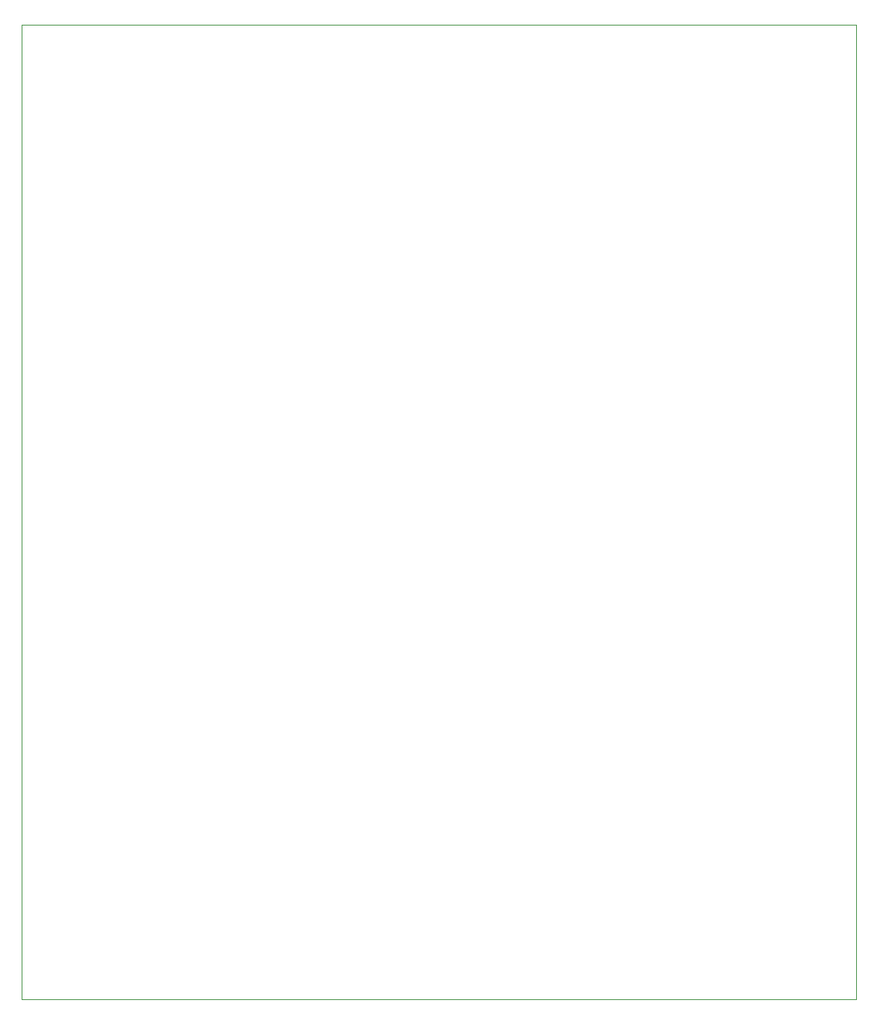
<source format=gbr>
%TF.GenerationSoftware,KiCad,Pcbnew,7.0.9-7.0.9~ubuntu22.04.1*%
%TF.CreationDate,2023-12-03T21:32:25-03:00*%
%TF.ProjectId,smart_watering_system,736d6172-745f-4776-9174-6572696e675f,rev?*%
%TF.SameCoordinates,Original*%
%TF.FileFunction,Profile,NP*%
%FSLAX46Y46*%
G04 Gerber Fmt 4.6, Leading zero omitted, Abs format (unit mm)*
G04 Created by KiCad (PCBNEW 7.0.9-7.0.9~ubuntu22.04.1) date 2023-12-03 21:32:25*
%MOMM*%
%LPD*%
G01*
G04 APERTURE LIST*
%TA.AperFunction,Profile*%
%ADD10C,0.100000*%
%TD*%
G04 APERTURE END LIST*
D10*
X63500000Y-58420000D02*
X154940000Y-58420000D01*
X154940000Y-165100000D01*
X63500000Y-165100000D01*
X63500000Y-58420000D01*
M02*

</source>
